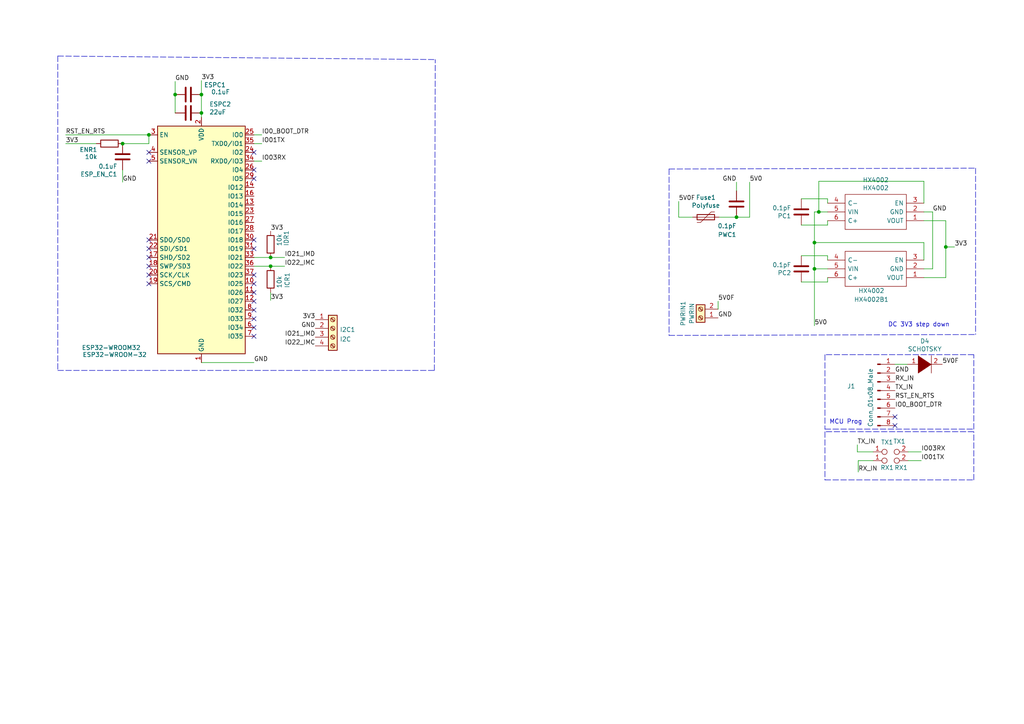
<source format=kicad_sch>
(kicad_sch (version 20211123) (generator eeschema)
  (paper "A4")
  (lib_symbols
    (symbol "Connector:Conn_01x08_Male" (pin_names (offset 1.016) hide)
      (property "Reference" "J" (at 0 10.16 0))
      (property "Value" "Conn_01x08_Male" (at 0 -12.7 0))
      (symbol "Conn_01x08_Male_1_1"
        (polyline (pts (xy 1.27 -10.16) (xy 0.8636 -10.16)) (stroke (width 0.1524)))
        (polyline (pts (xy 1.27 -7.62) (xy 0.8636 -7.62)) (stroke (width 0.1524)))
        (polyline (pts (xy 1.27 -5.08) (xy 0.8636 -5.08)) (stroke (width 0.1524)))
        (polyline (pts (xy 1.27 -2.54) (xy 0.8636 -2.54)) (stroke (width 0.1524)))
        (polyline (pts (xy 1.27 0) (xy 0.8636 0)) (stroke (width 0.1524)))
        (polyline (pts (xy 1.27 2.54) (xy 0.8636 2.54)) (stroke (width 0.1524)))
        (polyline (pts (xy 1.27 5.08) (xy 0.8636 5.08)) (stroke (width 0.1524)))
        (polyline (pts (xy 1.27 7.62) (xy 0.8636 7.62)) (stroke (width 0.1524)))
        (rectangle (start 0.8636 -10.033) (end 0 -10.287) (stroke (width 0.1524)) (fill (type outline)))
        (rectangle (start 0.8636 -7.493) (end 0 -7.747) (stroke (width 0.1524)) (fill (type outline)))
        (rectangle (start 0.8636 -4.953) (end 0 -5.207) (stroke (width 0.1524)) (fill (type outline)))
        (rectangle (start 0.8636 -2.413) (end 0 -2.667) (stroke (width 0.1524)) (fill (type outline)))
        (rectangle (start 0.8636 0.127) (end 0 -0.127) (stroke (width 0.1524)) (fill (type outline)))
        (rectangle (start 0.8636 2.667) (end 0 2.413) (stroke (width 0.1524)) (fill (type outline)))
        (rectangle (start 0.8636 5.207) (end 0 4.953) (stroke (width 0.1524)) (fill (type outline)))
        (rectangle (start 0.8636 7.747) (end 0 7.493) (stroke (width 0.1524)) (fill (type outline)))
        (pin passive line (at 5.08 7.62 180) (length 3.81) (name "Pin_1") (number "1"))
        (pin passive line (at 5.08 5.08 180) (length 3.81) (name "Pin_2") (number "2"))
        (pin passive line (at 5.08 2.54 180) (length 3.81) (name "Pin_3") (number "3"))
        (pin passive line (at 5.08 0 180) (length 3.81) (name "Pin_4") (number "4"))
        (pin passive line (at 5.08 -2.54 180) (length 3.81) (name "Pin_5") (number "5"))
        (pin passive line (at 5.08 -5.08 180) (length 3.81) (name "Pin_6") (number "6"))
        (pin passive line (at 5.08 -7.62 180) (length 3.81) (name "Pin_7") (number "7"))
        (pin passive line (at 5.08 -10.16 180) (length 3.81) (name "Pin_8") (number "8"))
      )
    )
    (symbol "Connector:Screw_Terminal_01x02" (pin_names (offset 1.016) hide)
      (property "Reference" "J" (at 0 2.54 0))
      (property "Value" "Screw_Terminal_01x02" (at 0 -5.08 0))
      (symbol "Screw_Terminal_01x02_1_1"
        (rectangle (start -1.27 1.27) (end 1.27 -3.81) (stroke (width 0.254)) (fill (type background)))
        (circle (center 0 -2.54) (radius 0.635) (stroke (width 0.1524)))
        (polyline (pts (xy -0.5334 -2.2098) (xy 0.3302 -3.048)) (stroke (width 0.1524)))
        (polyline (pts (xy -0.5334 0.3302) (xy 0.3302 -0.508)) (stroke (width 0.1524)))
        (polyline (pts (xy -0.3556 -2.032) (xy 0.508 -2.8702)) (stroke (width 0.1524)))
        (polyline (pts (xy -0.3556 0.508) (xy 0.508 -0.3302)) (stroke (width 0.1524)))
        (circle (center 0 0) (radius 0.635) (stroke (width 0.1524)))
        (pin passive line (at -5.08 0 0) (length 3.81) (name "Pin_1") (number "1"))
        (pin passive line (at -5.08 -2.54 0) (length 3.81) (name "Pin_2") (number "2"))
      )
    )
    (symbol "Connector:Screw_Terminal_01x04" (pin_names (offset 1.016) hide)
      (property "Reference" "J" (at 0 5.08 0))
      (property "Value" "Screw_Terminal_01x04" (at 0 -7.62 0))
      (symbol "Screw_Terminal_01x04_1_1"
        (rectangle (start -1.27 3.81) (end 1.27 -6.35) (stroke (width 0.254)) (fill (type background)))
        (circle (center 0 -5.08) (radius 0.635) (stroke (width 0.1524)))
        (circle (center 0 -2.54) (radius 0.635) (stroke (width 0.1524)))
        (polyline (pts (xy -0.5334 -4.7498) (xy 0.3302 -5.588)) (stroke (width 0.1524)))
        (polyline (pts (xy -0.5334 -2.2098) (xy 0.3302 -3.048)) (stroke (width 0.1524)))
        (polyline (pts (xy -0.5334 0.3302) (xy 0.3302 -0.508)) (stroke (width 0.1524)))
        (polyline (pts (xy -0.5334 2.8702) (xy 0.3302 2.032)) (stroke (width 0.1524)))
        (polyline (pts (xy -0.3556 -4.572) (xy 0.508 -5.4102)) (stroke (width 0.1524)))
        (polyline (pts (xy -0.3556 -2.032) (xy 0.508 -2.8702)) (stroke (width 0.1524)))
        (polyline (pts (xy -0.3556 0.508) (xy 0.508 -0.3302)) (stroke (width 0.1524)))
        (polyline (pts (xy -0.3556 3.048) (xy 0.508 2.2098)) (stroke (width 0.1524)))
        (circle (center 0 0) (radius 0.635) (stroke (width 0.1524)))
        (circle (center 0 2.54) (radius 0.635) (stroke (width 0.1524)))
        (pin passive line (at -5.08 2.54 0) (length 3.81) (name "Pin_1") (number "1"))
        (pin passive line (at -5.08 0 0) (length 3.81) (name "Pin_2") (number "2"))
        (pin passive line (at -5.08 -2.54 0) (length 3.81) (name "Pin_3") (number "3"))
        (pin passive line (at -5.08 -5.08 0) (length 3.81) (name "Pin_4") (number "4"))
      )
    )
    (symbol "Connector:TestPoint_2Pole" (pin_names (offset 0.762) hide)
      (property "Reference" "TP" (at 0 1.524 0))
      (property "Value" "TestPoint_2Pole" (at 0 -1.778 0))
      (symbol "TestPoint_2Pole_0_1"
        (circle (center -1.778 0) (radius 0.762))
        (circle (center 1.778 0) (radius 0.762))
        (pin passive line (at -5.08 0 0) (length 2.54) (name "1") (number "1"))
        (pin passive line (at 5.08 0 180) (length 2.54) (name "2") (number "2"))
      )
    )
    (symbol "Device:C" (pin_numbers hide) (pin_names (offset 0.254))
      (property "Reference" "C" (at 0.635 2.54 0))
      (property "Value" "C" (at 0.635 -2.54 0))
      (symbol "C_0_1"
        (polyline (pts (xy -2.032 -0.762) (xy 2.032 -0.762)) (stroke (width 0.508)))
        (polyline (pts (xy -2.032 0.762) (xy 2.032 0.762)) (stroke (width 0.508)))
      )
      (symbol "C_1_1"
        (pin passive line (at 0 3.81 270) (length 2.794) (name "~") (number "1"))
        (pin passive line (at 0 -3.81 90) (length 2.794) (name "~") (number "2"))
      )
    )
    (symbol "Device:Polyfuse" (pin_numbers hide) (pin_names (offset 0))
      (property "Reference" "F" (at -2.54 0 90))
      (property "Value" "Polyfuse" (at 2.54 0 90))
      (symbol "Polyfuse_0_1"
        (rectangle (start -0.762 2.54) (end 0.762 -2.54) (stroke (width 0.254)))
        (polyline (pts (xy 0 2.54) (xy 0 -2.54)))
        (polyline (pts (xy -1.524 2.54) (xy -1.524 1.524) (xy 1.524 -1.524) (xy 1.524 -2.54)))
      )
      (symbol "Polyfuse_1_1"
        (pin passive line (at 0 3.81 270) (length 1.27) (name "~") (number "1"))
        (pin passive line (at 0 -3.81 90) (length 1.27) (name "~") (number "2"))
      )
    )
    (symbol "Device:R" (pin_numbers hide) (pin_names (offset 0))
      (property "Reference" "R" (at 2.032 0 90))
      (property "Value" "R" (at 0 0 90))
      (symbol "R_0_1"
        (rectangle (start -1.016 -2.54) (end 1.016 2.54) (stroke (width 0.254)))
      )
      (symbol "R_1_1"
        (pin passive line (at 0 3.81 270) (length 1.27) (name "~") (number "1"))
        (pin passive line (at 0 -3.81 90) (length 1.27) (name "~") (number "2"))
      )
    )
    (symbol "HX4002:HX4002" (pin_names (offset 0.762))
      (property "Reference" "IC" (at 24.13 7.62 0))
      (property "Value" "HX4002_HX4002" (at 24.13 5.08 0))
      (symbol "HX4002_0_0"
        (pin passive line (at 0 0 0) (length 5.08) (name "VOUT") (number "1"))
        (pin passive line (at 0 -2.54 0) (length 5.08) (name "GND") (number "2"))
        (pin passive line (at 0 -5.08 0) (length 5.08) (name "EN") (number "3"))
        (pin passive line (at 27.94 -5.08 180) (length 5.08) (name "C-") (number "4"))
        (pin passive line (at 27.94 -2.54 180) (length 5.08) (name "VIN") (number "5"))
        (pin passive line (at 27.94 0 180) (length 5.08) (name "C+") (number "6"))
      )
      (symbol "HX4002_0_1"
        (polyline (pts (xy 5.08 2.54) (xy 22.86 2.54) (xy 22.86 -7.62) (xy 5.08 -7.62) (xy 5.08 2.54)) (stroke (width 0.1524)))
      )
    )
    (symbol "RF_Module:ESP32-WROOM-32"
      (property "Reference" "U" (at -12.7 34.29 0))
      (property "Value" "ESP32-WROOM-32" (at 1.27 34.29 0))
      (symbol "ESP32-WROOM-32_0_1"
        (rectangle (start -12.7 33.02) (end 12.7 -33.02) (stroke (width 0.254)) (fill (type background)))
      )
      (symbol "ESP32-WROOM-32_1_1"
        (pin power_in line (at 0 -35.56 90) (length 2.54) (name "GND") (number "1"))
        (pin bidirectional line (at 15.24 -12.7 180) (length 2.54) (name "IO25") (number "10"))
        (pin bidirectional line (at 15.24 -15.24 180) (length 2.54) (name "IO26") (number "11"))
        (pin bidirectional line (at 15.24 -17.78 180) (length 2.54) (name "IO27") (number "12"))
        (pin bidirectional line (at 15.24 10.16 180) (length 2.54) (name "IO14") (number "13"))
        (pin bidirectional line (at 15.24 15.24 180) (length 2.54) (name "IO12") (number "14"))
        (pin passive line (at 0 -35.56 90) (length 2.54) hide (name "GND") (number "15"))
        (pin bidirectional line (at 15.24 12.7 180) (length 2.54) (name "IO13") (number "16"))
        (pin bidirectional line (at -15.24 -5.08 0) (length 2.54) (name "SHD/SD2") (number "17"))
        (pin bidirectional line (at -15.24 -7.62 0) (length 2.54) (name "SWP/SD3") (number "18"))
        (pin bidirectional line (at -15.24 -12.7 0) (length 2.54) (name "SCS/CMD") (number "19"))
        (pin power_in line (at 0 35.56 270) (length 2.54) (name "VDD") (number "2"))
        (pin bidirectional line (at -15.24 -10.16 0) (length 2.54) (name "SCK/CLK") (number "20"))
        (pin bidirectional line (at -15.24 0 0) (length 2.54) (name "SDO/SD0") (number "21"))
        (pin bidirectional line (at -15.24 -2.54 0) (length 2.54) (name "SDI/SD1") (number "22"))
        (pin bidirectional line (at 15.24 7.62 180) (length 2.54) (name "IO15") (number "23"))
        (pin bidirectional line (at 15.24 25.4 180) (length 2.54) (name "IO2") (number "24"))
        (pin bidirectional line (at 15.24 30.48 180) (length 2.54) (name "IO0") (number "25"))
        (pin bidirectional line (at 15.24 20.32 180) (length 2.54) (name "IO4") (number "26"))
        (pin bidirectional line (at 15.24 5.08 180) (length 2.54) (name "IO16") (number "27"))
        (pin bidirectional line (at 15.24 2.54 180) (length 2.54) (name "IO17") (number "28"))
        (pin bidirectional line (at 15.24 17.78 180) (length 2.54) (name "IO5") (number "29"))
        (pin input line (at -15.24 30.48 0) (length 2.54) (name "EN") (number "3"))
        (pin bidirectional line (at 15.24 0 180) (length 2.54) (name "IO18") (number "30"))
        (pin bidirectional line (at 15.24 -2.54 180) (length 2.54) (name "IO19") (number "31"))
        (pin no_connect line (at -12.7 -27.94 0) (length 2.54) hide (name "NC") (number "32"))
        (pin bidirectional line (at 15.24 -5.08 180) (length 2.54) (name "IO21") (number "33"))
        (pin bidirectional line (at 15.24 22.86 180) (length 2.54) (name "RXD0/IO3") (number "34"))
        (pin bidirectional line (at 15.24 27.94 180) (length 2.54) (name "TXD0/IO1") (number "35"))
        (pin bidirectional line (at 15.24 -7.62 180) (length 2.54) (name "IO22") (number "36"))
        (pin bidirectional line (at 15.24 -10.16 180) (length 2.54) (name "IO23") (number "37"))
        (pin passive line (at 0 -35.56 90) (length 2.54) hide (name "GND") (number "38"))
        (pin passive line (at 0 -35.56 90) (length 2.54) hide (name "GND") (number "39"))
        (pin input line (at -15.24 25.4 0) (length 2.54) (name "SENSOR_VP") (number "4"))
        (pin input line (at -15.24 22.86 0) (length 2.54) (name "SENSOR_VN") (number "5"))
        (pin input line (at 15.24 -25.4 180) (length 2.54) (name "IO34") (number "6"))
        (pin input line (at 15.24 -27.94 180) (length 2.54) (name "IO35") (number "7"))
        (pin bidirectional line (at 15.24 -20.32 180) (length 2.54) (name "IO32") (number "8"))
        (pin bidirectional line (at 15.24 -22.86 180) (length 2.54) (name "IO33") (number "9"))
      )
    )
    (symbol "pspice:DIODE" (pin_names (offset 1.016) hide)
      (property "Reference" "D" (at 0 3.81 0))
      (property "Value" "DIODE" (at 0 -4.445 0))
      (symbol "DIODE_0_1"
        (polyline (pts (xy 1.905 2.54) (xy 1.905 -2.54)))
        (polyline (pts (xy -1.905 2.54) (xy -1.905 -2.54) (xy 1.905 0)) (fill (type outline)))
      )
      (symbol "DIODE_1_1"
        (pin input line (at -5.08 0 0) (length 3.81) (name "K") (number "1"))
        (pin input line (at 5.08 0 180) (length 3.81) (name "A") (number "2"))
      )
    )
  )
  (junction (at 274.32 71.628))
  (junction (at 58.42 27.432))
  (junction (at 236.22 70.358))
  (junction (at 43.18 39.116))
  (junction (at 237.49 61.468))
  (junction (at 78.486 77.216))
  (junction (at 35.56 41.656))
  (junction (at 50.8 27.432))
  (junction (at 58.42 32.766))
  (junction (at 78.486 74.676))
  (junction (at 236.22 77.978))
  (junction (at 213.614 62.992))
  (no_connect (at 43.18 69.596))
  (no_connect (at 43.18 82.296))
  (no_connect (at 43.18 77.216))
  (no_connect (at 259.588 120.904))
  (no_connect (at 73.66 49.276))
  (no_connect (at 73.66 51.816))
  (no_connect (at 73.66 69.596))
  (no_connect (at 73.66 72.136))
  (no_connect (at 73.66 89.916))
  (no_connect (at 73.66 92.456))
  (no_connect (at 73.66 94.996))
  (no_connect (at 73.66 97.536))
  (no_connect (at 73.66 79.756))
  (no_connect (at 73.66 82.296))
  (no_connect (at 73.66 84.836))
  (no_connect (at 73.66 87.376))
  (no_connect (at 43.18 46.736))
  (no_connect (at 73.66 44.196))
  (no_connect (at 43.18 79.756))
  (no_connect (at 43.18 74.676))
  (no_connect (at 43.18 44.196))
  (no_connect (at 43.18 72.136))
  (no_connect (at 259.588 123.444))
  (wire (pts (xy 240.03 74.168) (xy 232.41 74.168)))
  (polyline (pts (xy 16.764 16.256) (xy 126.238 17.272)))
  (wire (pts (xy 213.614 55.372) (xy 213.614 52.832)))
  (wire (pts (xy 270.51 61.468) (xy 270.51 77.978)))
  (wire (pts (xy 58.42 32.766) (xy 58.42 34.036)))
  (wire (pts (xy 274.32 71.628) (xy 274.32 80.518)))
  (wire (pts (xy 73.66 39.116) (xy 75.946 39.116)))
  (wire (pts (xy 276.86 71.628) (xy 274.32 71.628)))
  (polyline (pts (xy 282.448 125.222) (xy 239.268 125.222)))
  (wire (pts (xy 270.51 77.978) (xy 267.97 77.978)))
  (wire (pts (xy 78.486 77.216) (xy 82.55 77.216)))
  (wire (pts (xy 240.03 80.518) (xy 240.03 81.788)))
  (wire (pts (xy 263.398 133.604) (xy 267.208 133.604)))
  (wire (pts (xy 248.666 131.064) (xy 253.238 131.064)))
  (wire (pts (xy 236.22 77.978) (xy 236.22 70.358)))
  (wire (pts (xy 73.66 46.736) (xy 75.946 46.736)))
  (wire (pts (xy 58.42 27.432) (xy 58.42 32.766)))
  (wire (pts (xy 78.486 74.676) (xy 82.55 74.676)))
  (wire (pts (xy 200.914 62.992) (xy 196.85 62.992)))
  (wire (pts (xy 236.22 77.978) (xy 236.22 94.488)))
  (polyline (pts (xy 239.268 102.87) (xy 239.268 124.46)))
  (wire (pts (xy 217.424 52.832) (xy 217.424 62.992)))
  (wire (pts (xy 50.8 27.432) (xy 50.8 32.766)))
  (wire (pts (xy 237.49 61.468) (xy 240.03 61.468)))
  (wire (pts (xy 73.66 41.656) (xy 75.946 41.656)))
  (wire (pts (xy 58.42 23.368) (xy 58.42 27.432)))
  (wire (pts (xy 263.398 131.064) (xy 267.208 131.064)))
  (wire (pts (xy 248.92 133.604) (xy 253.238 133.604)))
  (wire (pts (xy 248.92 133.604) (xy 248.92 136.906)))
  (wire (pts (xy 267.97 70.358) (xy 267.97 75.438)))
  (wire (pts (xy 236.22 61.468) (xy 237.49 61.468)))
  (wire (pts (xy 35.56 49.276) (xy 35.56 52.832)))
  (wire (pts (xy 213.614 62.992) (xy 217.424 62.992)))
  (wire (pts (xy 196.85 58.42) (xy 196.85 62.992)))
  (polyline (pts (xy 282.448 102.87) (xy 239.268 102.87)))
  (wire (pts (xy 274.32 64.008) (xy 274.32 71.628)))
  (polyline (pts (xy 239.268 125.222) (xy 239.268 139.192)))
  (polyline (pts (xy 282.448 139.192) (xy 282.448 125.222)))
  (wire (pts (xy 19.05 39.116) (xy 43.18 39.116)))
  (wire (pts (xy 73.66 77.216) (xy 78.486 77.216)))
  (wire (pts (xy 43.18 39.116) (xy 43.18 41.656)))
  (polyline (pts (xy 194.056 49.022) (xy 194.056 97.282)))
  (wire (pts (xy 240.03 65.278) (xy 232.41 65.278)))
  (wire (pts (xy 274.32 80.518) (xy 267.97 80.518)))
  (polyline (pts (xy 239.268 124.46) (xy 282.448 124.46)))
  (polyline (pts (xy 16.764 16.256) (xy 16.764 107.442)))
  (wire (pts (xy 240.03 64.008) (xy 240.03 65.278)))
  (wire (pts (xy 248.666 129.032) (xy 248.666 131.064)))
  (polyline (pts (xy 282.956 48.768) (xy 282.956 97.028)))
  (wire (pts (xy 237.49 61.468) (xy 237.49 52.578)))
  (wire (pts (xy 236.22 70.358) (xy 267.97 70.358)))
  (polyline (pts (xy 239.268 139.192) (xy 282.448 139.192)))
  (polyline (pts (xy 282.448 124.46) (xy 282.448 102.87)))
  (wire (pts (xy 240.03 58.928) (xy 240.03 57.658)))
  (polyline (pts (xy 125.984 107.442) (xy 126.238 17.272)))
  (polyline (pts (xy 194.056 97.282) (xy 282.956 97.028)))
  (wire (pts (xy 240.03 57.658) (xy 232.41 57.658)))
  (wire (pts (xy 19.05 41.656) (xy 27.94 41.656)))
  (wire (pts (xy 237.49 52.578) (xy 267.97 52.578)))
  (wire (pts (xy 240.03 75.438) (xy 240.03 74.168)))
  (polyline (pts (xy 16.764 107.442) (xy 125.984 107.442)))
  (wire (pts (xy 267.97 52.578) (xy 267.97 58.928)))
  (wire (pts (xy 208.28 87.376) (xy 208.28 89.662)))
  (wire (pts (xy 58.42 105.156) (xy 73.66 105.156)))
  (wire (pts (xy 236.22 70.358) (xy 236.22 61.468)))
  (polyline (pts (xy 194.056 49.022) (xy 282.956 48.768)))
  (wire (pts (xy 208.534 62.992) (xy 213.614 62.992)))
  (wire (pts (xy 50.8 23.622) (xy 50.8 27.432)))
  (wire (pts (xy 259.588 105.664) (xy 263.144 105.664)))
  (wire (pts (xy 78.486 84.836) (xy 78.486 87.122)))
  (wire (pts (xy 240.03 77.978) (xy 236.22 77.978)))
  (wire (pts (xy 43.18 41.656) (xy 35.56 41.656)))
  (wire (pts (xy 240.03 81.788) (xy 232.41 81.788)))
  (wire (pts (xy 73.66 74.676) (xy 78.486 74.676)))
  (wire (pts (xy 267.97 61.468) (xy 270.51 61.468)))
  (wire (pts (xy 267.97 64.008) (xy 274.32 64.008)))
  (text "DC 3V3 step down" (at 257.556 94.996 0) (effects (font (size 1.27 1.27)) (justify left bottom)))
  (text "MCU Prog" (at 240.538 123.19 0) (effects (font (size 1.27 1.27)) (justify left bottom)))
  (label "GND" (at 270.51 61.468 0))
  (label "GND" (at 73.66 105.156 0))
  (label "IO01TX" (at 267.208 133.604 0))
  (label "GND" (at 50.8 23.622 0))
  (label "IO22_IMC" (at 82.55 77.216 0))
  (label "5V0" (at 236.22 94.488 0))
  (label "RST_EN_RTS" (at 19.05 39.116 0))
  (label "RST_EN_RTS" (at 259.588 115.824 0))
  (label "5V0F" (at 273.304 105.664 0))
  (label "IO0_BOOT_DTR" (at 259.588 118.364 0))
  (label "IO21_IMD" (at 91.44 97.79 180))
  (label "GND" (at 213.614 52.832 180))
  (label "RX_IN" (at 259.588 110.744 0))
  (label "GND" (at 259.588 108.204 0))
  (label "IO03RX" (at 75.946 46.736 0))
  (label "GND" (at 35.56 52.832 0))
  (label "5V0F" (at 196.85 58.42 0))
  (label "IO03RX" (at 267.208 131.064 0))
  (label "3V3" (at 78.486 67.056 0))
  (label "TX_IN" (at 259.588 113.284 0))
  (label "3V3" (at 91.44 92.71 180))
  (label "IO22_IMC" (at 91.44 100.33 180))
  (label "5V0F" (at 208.28 87.376 0))
  (label "IO0_BOOT_DTR" (at 75.946 39.116 0))
  (label "IO21_IMD" (at 82.55 74.676 0))
  (label "RX_IN" (at 248.92 136.906 0))
  (label "GND" (at 208.28 92.202 0))
  (label "3V3" (at 276.86 71.628 0))
  (label "5V0" (at 217.424 52.832 0))
  (label "3V3" (at 78.486 87.122 0))
  (label "3V3" (at 58.42 23.368 0))
  (label "3V3" (at 19.05 41.656 0))
  (label "IO01TX" (at 75.946 41.656 0))
  (label "GND" (at 91.44 95.25 180))
  (label "TX_IN" (at 248.666 129.032 0))
  (symbol (lib_id "Device:R") (at 31.75 41.656 90) (unit 1)
    (property "Reference" "ENR1" (at 25.654 43.434 90))
    (property "Value" "10k" (at 26.416 45.466 90))
    (property "Footprint" "Resistor_SMD:R_1206_3216Metric_Pad1.30x1.75mm_HandSolder" (effects hide))
  )
  (symbol (lib_id "Device:C") (at 213.614 59.182 180) (unit 1)
    (property "Reference" "PWC1" (at 213.614 68.072 0) (effects (justify left)))
    (property "Value" "0.1pF" (at 213.614 65.532 0) (effects (justify left)))
    (property "Footprint" "Capacitor_SMD:C_1206_3216Metric_Pad1.33x1.80mm_HandSolder" (effects hide))
  )
  (symbol (lib_id "HX4002:HX4002") (at 267.97 80.518 180) (unit 1)
    (property "Reference" "HX4002B1" (at 252.73 86.868 0))
    (property "Value" "HX4002" (at 252.73 84.328 0))
    (property "Footprint" "AeonLabs:HX4002 SOT95 P280X125-6N" (effects hide))
    (property "Datasheet" "http://www.jiecx.com/files856985665897965/productpdf/2013-7-5/545010255.pdf" (effects hide))
    (property "Description" "Low Noise Regulated Charge Pump in SOT23-6" (effects hide))
    (property "Height" "1.25" (effects hide))
    (property "Manufacturer_Name" "HEXIN" (effects hide))
    (property "Manufacturer_Part_Number" "HX4002" (effects hide))
  )
  (symbol (lib_id "RF_Module:ESP32-WROOM-32") (at 58.42 69.596 0) (unit 1)
    (property "Reference" "ESP32-WROOM32" (at 32.258 100.838 0))
    (property "Value" "ESP32-WROOM-32" (at 33.274 102.87 0))
    (property "Footprint" "RF_Module:ESP32-WROOM-32" (effects hide))
    (property "Datasheet" "https://www.espressif.com/sites/default/files/documentation/esp32-wroom-32_datasheet_en.pdf" (effects hide))
  )
  (symbol (lib_id "pspice:DIODE") (at 268.224 105.664 0) (unit 1)
    (property "Reference" "D4" (at 268.224 98.933 0))
    (property "Value" "SCHOTSKY" (at 268.224 101.2444 0))
    (property "Footprint" "Diode_SMD:D_1210_3225Metric_Pad1.42x2.65mm_HandSolder" (effects hide))
  )
  (symbol (lib_id "Connector:Conn_01x08_Male") (at 254.508 113.284 0) (unit 1)
    (property "Reference" "J1" (at 246.888 112.014 0))
    (property "Value" "Conn_01x08_Male" (at 252.476 115.316 90))
    (property "Footprint" "Connector:SOIC_clipProgSmall" (effects hide))
  )
  (symbol (lib_id "HX4002:HX4002") (at 267.97 64.008 180) (unit 1)
    (property "Reference" "HX4002" (at 254 52.197 0))
    (property "Value" "HX4002" (at 254 54.5084 0))
    (property "Footprint" "AeonLabs:HX4002 SOT95 P280X125-6N" (effects hide))
    (property "Datasheet" "http://www.jiecx.com/files856985665897965/productpdf/2013-7-5/545010255.pdf" (effects hide))
    (property "Description" "Low Noise Regulated Charge Pump in SOT23-6" (effects hide))
    (property "Height" "1.25" (effects hide))
    (property "Manufacturer_Name" "HEXIN" (effects hide))
    (property "Manufacturer_Part_Number" "HX4002" (effects hide))
  )
  (symbol (lib_id "Device:R") (at 78.486 81.026 180) (unit 1)
    (property "Reference" "ICR1" (at 83.312 81.28 90))
    (property "Value" "10k" (at 81.026 81.788 90))
    (property "Footprint" "Resistor_SMD:R_True_1206_3216Metric" (effects hide))
  )
  (symbol (lib_id "Connector:Screw_Terminal_01x04") (at 96.52 95.25 0) (unit 1)
    (property "Reference" "I2C1" (at 98.552 95.6115 0) (effects (justify left)))
    (property "Value" "I2C" (at 98.552 98.3866 0) (effects (justify left)))
    (property "Footprint" "TerminalBlock_4Ucon:TerminalBlock_4Ucon_1x04_P3.50mm_Vertical" (effects hide))
  )
  (symbol (lib_id "Device:C") (at 232.41 77.978 180) (unit 1)
    (property "Reference" "PC2" (at 229.489 79.1464 0) (effects (justify left)))
    (property "Value" "0.1pF" (at 229.489 76.835 0) (effects (justify left)))
    (property "Footprint" "Capacitor_SMD:C_1206_3216Metric_Pad1.33x1.80mm_HandSolder" (effects hide))
  )
  (symbol (lib_id "Device:R") (at 78.486 70.866 180) (unit 1)
    (property "Reference" "IDR1" (at 83.058 69.088 90))
    (property "Value" "10k" (at 81.026 69.596 90))
    (property "Footprint" "Resistor_SMD:R_True_1206_3216Metric" (effects hide))
  )
  (symbol (lib_id "Connector:TestPoint_2Pole") (at 258.318 133.604 0) (unit 1)
    (property "Reference" "RX1" (at 261.366 135.636 0))
    (property "Value" "RX1" (at 257.302 135.636 0))
    (property "Footprint" "TestPoint:TestPoint_Pad_Bridge_1.0x1.0mm" (effects hide))
  )
  (symbol (lib_id "Device:C") (at 232.41 61.468 180) (unit 1)
    (property "Reference" "PC1" (at 229.489 62.6364 0) (effects (justify left)))
    (property "Value" "0.1pF" (at 229.489 60.325 0) (effects (justify left)))
    (property "Footprint" "Capacitor_SMD:C_1206_3216Metric_Pad1.33x1.80mm_HandSolder" (effects hide))
  )
  (symbol (lib_id "Device:C") (at 54.61 32.766 270) (unit 1)
    (property "Reference" "ESPC2" (at 60.706 30.226 90) (effects (justify left)))
    (property "Value" "22uF" (at 60.706 32.512 90) (effects (justify left)))
    (property "Footprint" "Capacitor_SMD:C_1206_3216Metric_Pad1.33x1.80mm_HandSolder" (effects hide))
  )
  (symbol (lib_id "Device:C") (at 54.61 27.432 270) (unit 1)
    (property "Reference" "ESPC1" (at 59.182 24.638 90) (effects (justify left)))
    (property "Value" "0.1uF" (at 61.214 26.67 90) (effects (justify left)))
    (property "Footprint" "Capacitor_SMD:C_1206_3216Metric_Pad1.33x1.80mm_HandSolder" (effects hide))
  )
  (symbol (lib_id "Device:Polyfuse") (at 204.724 62.992 270) (unit 1)
    (property "Reference" "Fuse1" (at 204.724 57.277 90))
    (property "Value" "Polyfuse" (at 204.724 59.5884 90))
    (property "Footprint" "Fuse:Fuse_1206_3216Metric_Pad1.42x1.75mm_HandSolder" (effects hide))
  )
  (symbol (lib_id "Connector:Screw_Terminal_01x02") (at 203.2 92.202 180) (unit 1)
    (property "Reference" "PWRIN1" (at 198.12 90.932 90))
    (property "Value" "PWRIN" (at 200.66 90.932 90))
    (property "Footprint" "TestPoint:TestPoint_2Pads_Pitch2.54mm_Drill0.8mm" (effects hide))
  )
  (symbol (lib_id "Connector:TestPoint_2Pole") (at 258.318 131.064 0) (unit 1)
    (property "Reference" "TX1" (at 257.302 128.27 0))
    (property "Value" "TX1" (at 260.858 128.016 0))
    (property "Footprint" "TestPoint:TestPoint_Pad_Bridge_1.0x1.0mm" (effects hide))
  )
  (symbol (lib_id "Device:C") (at 35.56 45.466 180) (unit 1)
    (property "Reference" "ESP_EN_C1" (at 34.036 50.546 0) (effects (justify left)))
    (property "Value" "0.1uF" (at 34.036 48.26 0) (effects (justify left)))
    (property "Footprint" "Capacitor_SMD:C_1206_3216Metric_Pad1.33x1.80mm_HandSolder" (effects hide))
  )
)
</source>
